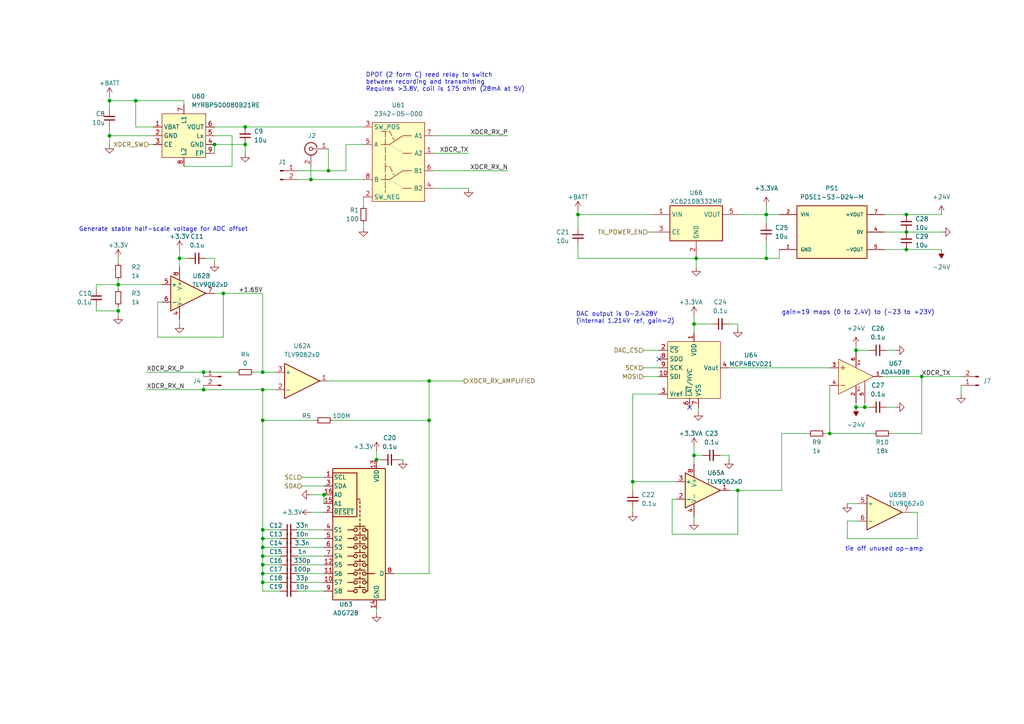
<source format=kicad_sch>
(kicad_sch (version 20230121) (generator eeschema)
  (paper "A4")
  (lib_symbols
    (symbol "Amplifier_Operational:TLV9062xD" (pin_names (offset 0.127))
      (property "Reference" "U" (at 2.54 6.35 0))
      (property "Value" "TLV9062xD" (at 2.54 3.81 0))
      (symbol "TLV9062xD_1_1"
        (pin output line (at 7.62 0 180) (length 2.54) (name "~") (number "1"))
        (pin input line (at -7.62 -2.54 0) (length 2.54) (name "-") (number "2"))
        (pin input line (at -7.62 2.54 0) (length 2.54) (name "+") (number "3"))
      )
      (symbol "TLV9062xD_2_1"
        (pin input line (at -7.62 2.54 0) (length 2.54) (name "+") (number "5"))
        (pin input line (at -7.62 -2.54 0) (length 2.54) (name "-") (number "6"))
        (pin output line (at 7.62 0 180) (length 2.54) (name "~") (number "7"))
      )
      (symbol "TLV9062xD_3_1"
        (pin power_in line (at 0 -7.62 90) (length 3.81) (name "V-") (number "4"))
        (pin power_in line (at 0 7.62 270) (length 3.81) (name "V+") (number "8"))
      )
    )
    (symbol "Analog_Switch:ADG728" (pin_names (offset 0.254))
      (property "Reference" "U" (at -7.62 23.495 0))
      (property "Value" "ADG728" (at -7.62 21.59 0))
      (symbol "ADG728_1_1"
        (pin input line (at -10.16 17.78 0) (length 2.54) (name "SCL") (number "1"))
        (pin bidirectional line (at -10.16 -12.7 0) (length 2.54) (name "S7") (number "10"))
        (pin bidirectional line (at -10.16 -10.16 0) (length 2.54) (name "S6") (number "11"))
        (pin bidirectional line (at -10.16 -7.62 0) (length 2.54) (name "S5") (number "12"))
        (pin power_in line (at 5.08 22.86 270) (length 2.54) (name "VDD") (number "13"))
        (pin power_in line (at 5.08 -20.32 90) (length 2.54) (name "GND") (number "14"))
        (pin input line (at -10.16 10.16 0) (length 2.54) (name "A1") (number "15"))
        (pin input line (at -10.16 12.7 0) (length 2.54) (name "A0") (number "16"))
        (pin input line (at -10.16 7.62 0) (length 2.54) (name "~{RESET}") (number "2"))
        (pin bidirectional line (at -10.16 15.24 0) (length 2.54) (name "SDA") (number "3"))
        (pin bidirectional line (at -10.16 2.54 0) (length 2.54) (name "S1") (number "4"))
        (pin bidirectional line (at -10.16 0 0) (length 2.54) (name "S2") (number "5"))
        (pin bidirectional line (at -10.16 -2.54 0) (length 2.54) (name "S3") (number "6"))
        (pin bidirectional line (at -10.16 -5.08 0) (length 2.54) (name "S4") (number "7"))
        (pin bidirectional line (at 10.16 -10.16 180) (length 2.54) (name "D") (number "8"))
        (pin bidirectional line (at -10.16 -15.24 0) (length 2.54) (name "S8") (number "9"))
      )
    )
    (symbol "Connector:Conn_01x02_Pin" (pin_names (offset 1.016) hide)
      (property "Reference" "J" (at 0 2.54 0))
      (property "Value" "Conn_01x02_Pin" (at 0 -5.08 0))
      (symbol "Conn_01x02_Pin_1_1"
        (pin passive line (at 5.08 0 180) (length 3.81) (name "Pin_1") (number "1"))
        (pin passive line (at 5.08 -2.54 180) (length 3.81) (name "Pin_2") (number "2"))
      )
    )
    (symbol "Connector:Conn_Coaxial" (pin_names (offset 1.016) hide)
      (property "Reference" "J" (at 0.254 3.048 0))
      (property "Value" "Conn_Coaxial" (at 2.921 0 90))
      (symbol "Conn_Coaxial_1_1"
        (pin passive line (at -5.08 0 0) (length 2.54) (name "In") (number "1"))
        (pin passive line (at 0 -5.08 90) (length 2.54) (name "Ext") (number "2"))
      )
    )
    (symbol "Device:C_Small" (pin_numbers hide) (pin_names (offset 0.254) hide)
      (property "Reference" "C" (at 0.254 1.778 0))
      (property "Value" "C_Small" (at 0.254 -2.032 0))
      (symbol "C_Small_1_1"
        (pin passive line (at 0 2.54 270) (length 2.032) (name "~") (number "1"))
        (pin passive line (at 0 -2.54 90) (length 2.032) (name "~") (number "2"))
      )
    )
    (symbol "Device:R_Small" (pin_numbers hide) (pin_names (offset 0.254) hide)
      (property "Reference" "R" (at 0.762 0.508 0))
      (property "Value" "R_Small" (at 0.762 -1.016 0))
      (symbol "R_Small_1_1"
        (pin passive line (at 0 2.54 270) (length 0.762) (name "~") (number "1"))
        (pin passive line (at 0 -2.54 90) (length 0.762) (name "~") (number "2"))
      )
    )
    (symbol "Regulator_Linear:XC6210B332MR"
      (property "Reference" "U" (at 0 8.89 0))
      (property "Value" "XC6210B332MR" (at 0 6.35 0))
      (symbol "XC6210B332MR_1_1"
        (pin power_in line (at -12.7 2.54 0) (length 5.08) (name "VIN") (number "1"))
        (pin power_in line (at 0 -10.16 90) (length 5.08) (name "GND") (number "2"))
        (pin input line (at -12.7 -2.54 0) (length 5.08) (name "CE") (number "3"))
        (pin no_connect line (at 7.62 -2.54 180) (length 5.08) hide (name "NC") (number "4"))
        (pin power_out line (at 12.7 2.54 180) (length 5.08) (name "VOUT") (number "5"))
      )
    )
    (symbol "power:+24V" (power) (pin_names (offset 0))
      (property "Value" "+24V" (at 0 3.556 0))
      (symbol "+24V_1_1"
        (pin power_in line (at 0 0 90) (length 0) hide (name "+24V") (number "1"))
      )
    )
    (symbol "power:+3.3V" (power) (pin_names (offset 0))
      (property "Value" "+3.3V" (at 0 3.556 0))
      (symbol "+3.3V_1_1"
        (pin power_in line (at 0 0 90) (length 0) hide (name "+3.3V") (number "1"))
      )
    )
    (symbol "power:+3.3VA" (power) (pin_names (offset 0))
      (property "Value" "+3.3VA" (at 0 3.556 0))
      (symbol "+3.3VA_1_1"
        (pin power_in line (at 0 0 90) (length 0) hide (name "+3.3VA") (number "1"))
      )
    )
    (symbol "power:+BATT" (power) (pin_names (offset 0))
      (property "Value" "+BATT" (at 0 3.556 0))
      (symbol "+BATT_1_1"
        (pin power_in line (at 0 0 90) (length 0) hide (name "+BATT") (number "1"))
      )
    )
    (symbol "power:-24V" (power) (pin_names (offset 0))
      (property "Value" "-24V" (at 0 3.81 0))
      (symbol "-24V_0_0"
        (pin power_in line (at 0 0 90) (length 0) hide (name "-24V") (number "1"))
      )
    )
    (symbol "power:GND" (power) (pin_names (offset 0))
      (property "Value" "GND" (at 0 -3.81 0))
      (symbol "GND_1_1"
        (pin power_in line (at 0 0 270) (length 0) hide (name "GND") (number "1"))
      )
    )
    (symbol "unkey:2342-05-000"
      (property "Reference" "U" (at -6.35 12.7 0))
      (property "Value" "2342-05-000" (at 0 -12.7 0))
      (symbol "2342-05-000_1_1"
        (pin bidirectional line (at 10.16 2.54 180) (length 2.54) (name "A2") (number "1"))
        (pin input line (at -10.16 -10.16 0) (length 2.54) (name "SW_NEG") (number "2"))
        (pin input line (at -10.16 10.16 0) (length 2.54) (name "SW_POS") (number "3"))
        (pin bidirectional line (at 10.16 -7.62 180) (length 2.54) (name "B2") (number "4"))
        (pin bidirectional line (at -10.16 5.08 0) (length 2.54) (name "A") (number "5"))
        (pin bidirectional line (at 10.16 -2.54 180) (length 2.54) (name "B1") (number "6"))
        (pin bidirectional line (at 10.16 7.62 180) (length 2.54) (name "A1") (number "7"))
        (pin bidirectional line (at -10.16 -5.08 0) (length 2.54) (name "B") (number "8"))
      )
    )
    (symbol "unkey:ADA4098-1BUJZ-RL7" (pin_names (offset 1.016))
      (property "Reference" "U" (at -10.16 5.715 0))
      (property "Value" "ADA4098-1BUJZ-RL7" (at -10.16 -7.62 0))
      (symbol "ADA4098-1BUJZ-RL7_0_0"
        (text "V+" (at 1.27 3.175 900) (effects (font (size 0.8128 0.8128)) (justify left bottom)))
        (text "V-" (at 1.27 -4.445 900) (effects (font (size 0.8128 0.8128)) (justify left bottom)))
        (pin output line (at 7.62 0 180) (length 2.54) (name "~") (number "1"))
        (pin power_in line (at 0 -7.62 90) (length 5.08) (name "~") (number "2"))
        (pin input line (at -7.62 2.54 0) (length 2.54) (name "~") (number "3"))
        (pin input line (at -7.62 -2.54 0) (length 2.54) (name "~") (number "4"))
        (pin input line (at 2.54 -7.62 90) (length 5.08) (name "~") (number "5"))
        (pin power_in line (at 0 7.62 270) (length 5.08) (name "~") (number "6"))
      )
    )
    (symbol "unkey:MCP48CVD21"
      (property "Reference" "U" (at -6.35 10.16 0))
      (property "Value" "MCP48VCD21" (at 0 0 0))
      (symbol "MCP48CVD21_1_1"
        (pin power_in line (at 0 10.16 270) (length 2.54) (name "VDD") (number "1"))
        (pin input line (at -10.16 -2.54 0) (length 2.54) (name "SDI") (number "10"))
        (pin input line (at -10.16 5.08 0) (length 2.54) (name "~{CS}") (number "2"))
        (pin bidirectional line (at -10.16 -7.62 0) (length 2.54) (name "Vref") (number "3"))
        (pin output line (at 10.16 0 180) (length 2.54) (name "Vout") (number "4"))
        (pin no_connect line (at -10.16 -5.08 0) (length 2.54) hide (name "NC") (number "5"))
        (pin input line (at -1.27 -11.43 90) (length 2.54) (name "~{LAT}/HVC") (number "6"))
        (pin power_in line (at 1.27 -11.43 90) (length 2.54) (name "VSS") (number "7"))
        (pin output line (at -10.16 2.54 0) (length 2.54) (name "SDO") (number "8"))
        (pin input line (at -10.16 0 0) (length 2.54) (name "SCK") (number "9"))
      )
    )
    (symbol "unkey:MYRBP500080B21RE"
      (property "Reference" "U" (at -6.35 7.62 0))
      (property "Value" "MYRBP500080B21RE" (at 11.43 -7.62 0))
      (symbol "MYRBP500080B21RE_1_1"
        (pin power_in line (at -8.89 2.54 0) (length 2.54) (name "VBAT") (number "1"))
        (pin power_in line (at -8.89 0 0) (length 2.54) (name "GND") (number "2"))
        (pin input line (at -8.89 -2.54 0) (length 2.54) (name "CE") (number "3"))
        (pin power_in line (at 8.89 -2.54 180) (length 2.54) (name "GND") (number "4"))
        (pin passive line (at 8.89 0 180) (length 2.54) (name "Lx") (number "5"))
        (pin power_out line (at 8.89 2.54 180) (length 2.54) (name "VOUT") (number "6"))
        (pin passive line (at 0 8.89 270) (length 2.54) (name "L1") (number "7"))
        (pin passive line (at 0 -8.89 90) (length 2.54) (name "L2") (number "8"))
        (pin passive line (at 8.89 -5.08 180) (length 2.54) (name "EP") (number "9"))
      )
    )
    (symbol "unkey:PDSE1-S3-D24-M" (pin_names (offset 1.016))
      (property "Reference" "PS" (at -10.2169 8.128 0))
      (property "Value" "PDSE1-S3-D24-M" (at -10.232 -10.232 0))
      (symbol "PDSE1-S3-D24-M_0_0"
        (pin power_in line (at -15.24 -5.08 0) (length 5.08) (name "GND") (number "1"))
        (pin input line (at -15.24 5.08 0) (length 5.08) (name "VIN") (number "2"))
        (pin output line (at 15.24 0 180) (length 5.08) (name "0V") (number "4"))
      )
      (symbol "PDSE1-S3-D24-M_1_0"
        (pin power_out line (at 15.24 -5.08 180) (length 5.08) (name "-VOUT") (number "5"))
        (pin power_out line (at 15.24 5.08 180) (length 5.08) (name "+VOUT") (number "7"))
      )
    )
  )
  (junction (at 31.75 39.37))
  (junction (at 71.12 36.83))
  (junction (at 213.995 142.24))
  (junction (at 31.75 29.21))
  (junction (at 59.055 107.95))
  (junction (at 124.46 121.92))
  (junction (at 240.665 125.73))
  (junction (at 222.25 74.93))
  (junction (at 250.825 118.11))
  (junction (at 64.77 85.09))
  (junction (at 267.335 109.22))
  (junction (at 71.12 41.91))
  (junction (at 59.055 113.03))
  (junction (at 201.295 93.98))
  (junction (at 52.07 74.93))
  (junction (at 76.2 107.95))
  (junction (at 248.285 101.6))
  (junction (at 124.46 110.49))
  (junction (at 76.2 166.37))
  (junction (at 39.37 29.21))
  (junction (at 90.17 52.07))
  (junction (at 76.2 113.03))
  (junction (at 262.89 62.23))
  (junction (at 222.25 62.23))
  (junction (at 76.2 121.92))
  (junction (at 76.2 163.83))
  (junction (at 76.2 168.91))
  (junction (at 34.29 90.17))
  (junction (at 62.23 41.91))
  (junction (at 167.64 62.23))
  (junction (at 93.98 143.51))
  (junction (at 262.89 67.31))
  (junction (at 76.2 156.21))
  (junction (at 76.2 153.67))
  (junction (at 34.29 82.55))
  (junction (at 248.285 118.11))
  (junction (at 183.515 139.7))
  (junction (at 109.22 133.35))
  (junction (at 201.93 74.93))
  (junction (at 201.295 132.08))
  (junction (at 262.89 72.39))
  (junction (at 95.25 49.53))
  (junction (at 76.2 161.29))
  (junction (at 76.2 158.75))
  (no_connect (at 191.135 104.14))
  (no_connect (at 200.025 118.11))
  (wire (pts (xy 266.065 156.21) (xy 266.065 148.59)))
  (wire (pts (xy 250.825 118.11) (xy 252.095 118.11)))
  (wire (pts (xy 42.545 107.95) (xy 59.055 107.95)))
  (wire (pts (xy 262.89 72.39) (xy 273.05 72.39)))
  (wire (pts (xy 213.995 154.94) (xy 213.995 142.24)))
  (wire (pts (xy 62.23 76.2) (xy 62.23 74.93)))
  (wire (pts (xy 255.905 109.22) (xy 267.335 109.22)))
  (wire (pts (xy 27.94 88.9) (xy 27.94 90.17)))
  (wire (pts (xy 76.2 113.03) (xy 76.2 121.92)))
  (wire (pts (xy 194.945 154.94) (xy 213.995 154.94)))
  (wire (pts (xy 90.17 48.26) (xy 90.17 52.07)))
  (wire (pts (xy 167.64 62.23) (xy 167.64 66.04)))
  (wire (pts (xy 31.75 31.75) (xy 31.75 29.21)))
  (wire (pts (xy 31.75 29.21) (xy 31.75 27.94)))
  (wire (pts (xy 201.295 129.54) (xy 201.295 132.08)))
  (wire (pts (xy 34.29 82.55) (xy 46.99 82.55)))
  (wire (pts (xy 31.75 29.21) (xy 39.37 29.21)))
  (wire (pts (xy 257.175 118.11) (xy 259.715 118.11)))
  (wire (pts (xy 67.31 48.26) (xy 67.31 39.37)))
  (wire (pts (xy 194.945 144.78) (xy 194.945 154.94)))
  (wire (pts (xy 76.2 85.09) (xy 76.2 107.95)))
  (wire (pts (xy 201.295 149.86) (xy 201.295 151.13)))
  (wire (pts (xy 31.75 39.37) (xy 31.75 41.91)))
  (wire (pts (xy 267.335 109.22) (xy 278.765 109.22)))
  (wire (pts (xy 39.37 29.21) (xy 53.34 29.21)))
  (wire (pts (xy 194.945 144.78) (xy 196.215 144.78)))
  (wire (pts (xy 240.665 111.76) (xy 240.665 125.73)))
  (wire (pts (xy 90.17 148.59) (xy 93.98 148.59)))
  (wire (pts (xy 93.98 143.51) (xy 93.98 146.05)))
  (wire (pts (xy 42.545 113.03) (xy 59.055 113.03)))
  (wire (pts (xy 186.69 109.22) (xy 191.135 109.22)))
  (wire (pts (xy 245.745 156.21) (xy 266.065 156.21)))
  (wire (pts (xy 27.94 82.55) (xy 34.29 82.55)))
  (wire (pts (xy 54.61 74.93) (xy 52.07 74.93)))
  (wire (pts (xy 245.745 146.05) (xy 248.92 146.05)))
  (wire (pts (xy 64.77 97.79) (xy 64.77 85.09)))
  (wire (pts (xy 213.995 95.25) (xy 213.995 93.98)))
  (wire (pts (xy 45.72 87.63) (xy 45.72 97.79)))
  (wire (pts (xy 76.2 171.45) (xy 76.2 168.91)))
  (wire (pts (xy 109.22 130.81) (xy 109.22 133.35)))
  (wire (pts (xy 86.36 161.29) (xy 93.98 161.29)))
  (wire (pts (xy 124.46 110.49) (xy 134.62 110.49)))
  (wire (pts (xy 201.295 93.98) (xy 201.295 96.52)))
  (wire (pts (xy 256.54 72.39) (xy 262.89 72.39)))
  (wire (pts (xy 167.64 62.23) (xy 189.23 62.23)))
  (wire (pts (xy 34.29 82.55) (xy 34.29 83.82)))
  (wire (pts (xy 191.135 114.3) (xy 183.515 114.3)))
  (wire (pts (xy 183.515 114.3) (xy 183.515 139.7)))
  (wire (pts (xy 248.285 101.6) (xy 252.095 101.6)))
  (wire (pts (xy 256.54 62.23) (xy 262.89 62.23)))
  (wire (pts (xy 183.515 139.7) (xy 183.515 142.24)))
  (wire (pts (xy 64.77 85.09) (xy 76.2 85.09)))
  (wire (pts (xy 206.375 93.98) (xy 201.295 93.98)))
  (wire (pts (xy 211.455 106.68) (xy 240.665 106.68)))
  (wire (pts (xy 62.23 41.91) (xy 62.23 44.45)))
  (wire (pts (xy 62.23 41.91) (xy 71.12 41.91)))
  (wire (pts (xy 257.175 101.6) (xy 259.715 101.6)))
  (wire (pts (xy 248.285 100.33) (xy 248.285 101.6)))
  (wire (pts (xy 45.72 87.63) (xy 46.99 87.63)))
  (wire (pts (xy 76.2 158.75) (xy 76.2 156.21)))
  (wire (pts (xy 59.055 111.76) (xy 59.055 113.03)))
  (wire (pts (xy 52.07 92.71) (xy 52.07 93.98)))
  (wire (pts (xy 76.2 121.92) (xy 76.2 153.67)))
  (wire (pts (xy 267.335 125.73) (xy 267.335 109.22)))
  (wire (pts (xy 86.36 49.53) (xy 95.25 49.53)))
  (wire (pts (xy 90.17 143.51) (xy 93.98 143.51)))
  (wire (pts (xy 76.2 166.37) (xy 81.28 166.37)))
  (wire (pts (xy 39.37 36.83) (xy 44.45 36.83)))
  (wire (pts (xy 71.12 36.83) (xy 105.41 36.83)))
  (wire (pts (xy 262.89 67.31) (xy 273.05 67.31)))
  (wire (pts (xy 278.765 111.76) (xy 278.765 114.3)))
  (wire (pts (xy 73.66 107.95) (xy 76.2 107.95)))
  (wire (pts (xy 76.2 161.29) (xy 76.2 158.75)))
  (wire (pts (xy 239.395 125.73) (xy 240.665 125.73)))
  (wire (pts (xy 53.34 48.26) (xy 67.31 48.26)))
  (wire (pts (xy 76.2 168.91) (xy 76.2 166.37)))
  (wire (pts (xy 222.25 62.23) (xy 226.06 62.23)))
  (wire (pts (xy 86.36 158.75) (xy 93.98 158.75)))
  (wire (pts (xy 201.93 74.93) (xy 201.93 77.47)))
  (wire (pts (xy 86.36 166.37) (xy 93.98 166.37)))
  (wire (pts (xy 201.295 132.08) (xy 201.295 134.62)))
  (wire (pts (xy 222.25 74.93) (xy 201.93 74.93)))
  (wire (pts (xy 110.49 133.35) (xy 109.22 133.35)))
  (wire (pts (xy 124.46 110.49) (xy 124.46 121.92)))
  (wire (pts (xy 248.92 151.13) (xy 245.745 151.13)))
  (wire (pts (xy 95.25 49.53) (xy 100.33 49.53)))
  (wire (pts (xy 27.94 90.17) (xy 34.29 90.17)))
  (wire (pts (xy 256.54 67.31) (xy 262.89 67.31)))
  (wire (pts (xy 214.63 62.23) (xy 222.25 62.23)))
  (wire (pts (xy 226.06 74.93) (xy 226.06 72.39)))
  (wire (pts (xy 266.065 148.59) (xy 264.16 148.59)))
  (wire (pts (xy 100.33 49.53) (xy 100.33 41.91)))
  (wire (pts (xy 76.2 171.45) (xy 81.28 171.45)))
  (wire (pts (xy 201.295 91.44) (xy 201.295 93.98)))
  (wire (pts (xy 109.22 176.53) (xy 109.22 177.8)))
  (wire (pts (xy 86.36 171.45) (xy 93.98 171.45)))
  (wire (pts (xy 125.73 54.61) (xy 135.89 54.61)))
  (wire (pts (xy 183.515 139.7) (xy 196.215 139.7)))
  (wire (pts (xy 248.285 116.84) (xy 248.285 118.11)))
  (wire (pts (xy 59.69 74.93) (xy 62.23 74.93)))
  (wire (pts (xy 71.12 41.91) (xy 71.12 44.45)))
  (wire (pts (xy 76.2 107.95) (xy 80.01 107.95)))
  (wire (pts (xy 213.995 142.24) (xy 211.455 142.24)))
  (wire (pts (xy 76.2 166.37) (xy 76.2 163.83)))
  (wire (pts (xy 167.64 74.93) (xy 201.93 74.93)))
  (wire (pts (xy 76.2 161.29) (xy 81.28 161.29)))
  (wire (pts (xy 76.2 168.91) (xy 81.28 168.91)))
  (wire (pts (xy 226.695 142.24) (xy 226.695 125.73)))
  (wire (pts (xy 76.2 156.21) (xy 76.2 153.67)))
  (wire (pts (xy 124.46 166.37) (xy 114.3 166.37)))
  (wire (pts (xy 222.25 62.23) (xy 222.25 64.77)))
  (wire (pts (xy 125.73 39.37) (xy 147.32 39.37)))
  (wire (pts (xy 95.25 43.18) (xy 95.25 49.53)))
  (wire (pts (xy 87.63 140.97) (xy 93.98 140.97)))
  (wire (pts (xy 86.36 163.83) (xy 93.98 163.83)))
  (wire (pts (xy 183.515 147.32) (xy 183.515 148.59)))
  (wire (pts (xy 167.64 71.12) (xy 167.64 74.93)))
  (wire (pts (xy 202.565 119.38) (xy 202.565 118.11)))
  (wire (pts (xy 44.45 41.91) (xy 43.18 41.91)))
  (wire (pts (xy 76.2 163.83) (xy 81.28 163.83)))
  (wire (pts (xy 248.285 118.11) (xy 250.825 118.11)))
  (wire (pts (xy 222.25 69.85) (xy 222.25 74.93)))
  (wire (pts (xy 124.46 121.92) (xy 124.46 166.37)))
  (wire (pts (xy 96.52 121.92) (xy 124.46 121.92)))
  (wire (pts (xy 187.96 67.31) (xy 189.23 67.31)))
  (wire (pts (xy 100.33 41.91) (xy 105.41 41.91)))
  (wire (pts (xy 34.29 74.93) (xy 34.29 76.2)))
  (wire (pts (xy 211.455 133.35) (xy 211.455 132.08)))
  (wire (pts (xy 52.07 74.93) (xy 52.07 77.47)))
  (wire (pts (xy 125.73 44.45) (xy 135.89 44.45)))
  (wire (pts (xy 86.36 52.07) (xy 90.17 52.07)))
  (wire (pts (xy 45.72 97.79) (xy 64.77 97.79)))
  (wire (pts (xy 105.41 57.15) (xy 105.41 59.69)))
  (wire (pts (xy 87.63 138.43) (xy 93.98 138.43)))
  (wire (pts (xy 258.445 125.73) (xy 267.335 125.73)))
  (wire (pts (xy 250.825 116.84) (xy 250.825 118.11)))
  (wire (pts (xy 262.89 62.23) (xy 273.05 62.23)))
  (wire (pts (xy 64.77 85.09) (xy 62.23 85.09)))
  (wire (pts (xy 76.2 158.75) (xy 81.28 158.75)))
  (wire (pts (xy 59.055 113.03) (xy 76.2 113.03)))
  (wire (pts (xy 208.915 132.08) (xy 211.455 132.08)))
  (wire (pts (xy 240.665 125.73) (xy 253.365 125.73)))
  (wire (pts (xy 203.835 132.08) (xy 201.295 132.08)))
  (wire (pts (xy 76.2 113.03) (xy 80.01 113.03)))
  (wire (pts (xy 76.2 121.92) (xy 91.44 121.92)))
  (wire (pts (xy 76.2 156.21) (xy 81.28 156.21)))
  (wire (pts (xy 226.695 125.73) (xy 234.315 125.73)))
  (wire (pts (xy 67.31 39.37) (xy 62.23 39.37)))
  (wire (pts (xy 125.73 49.53) (xy 147.32 49.53)))
  (wire (pts (xy 90.17 52.07) (xy 105.41 52.07)))
  (wire (pts (xy 59.055 107.95) (xy 68.58 107.95)))
  (wire (pts (xy 115.57 133.35) (xy 116.84 133.35)))
  (wire (pts (xy 76.2 163.83) (xy 76.2 161.29)))
  (wire (pts (xy 167.64 60.96) (xy 167.64 62.23)))
  (wire (pts (xy 213.995 142.24) (xy 226.695 142.24)))
  (wire (pts (xy 52.07 72.39) (xy 52.07 74.93)))
  (wire (pts (xy 59.055 107.95) (xy 59.055 109.22)))
  (wire (pts (xy 95.25 110.49) (xy 124.46 110.49)))
  (wire (pts (xy 39.37 29.21) (xy 39.37 36.83)))
  (wire (pts (xy 34.29 82.55) (xy 34.29 81.28)))
  (wire (pts (xy 222.25 59.69) (xy 222.25 62.23)))
  (wire (pts (xy 186.69 101.6) (xy 191.135 101.6)))
  (wire (pts (xy 76.2 153.67) (xy 81.28 153.67)))
  (wire (pts (xy 34.29 90.17) (xy 34.29 91.44)))
  (wire (pts (xy 226.06 74.93) (xy 222.25 74.93)))
  (wire (pts (xy 186.69 106.68) (xy 191.135 106.68)))
  (wire (pts (xy 31.75 36.83) (xy 31.75 39.37)))
  (wire (pts (xy 34.29 88.9) (xy 34.29 90.17)))
  (wire (pts (xy 27.94 83.82) (xy 27.94 82.55)))
  (wire (pts (xy 53.34 29.21) (xy 53.34 30.48)))
  (wire (pts (xy 86.36 153.67) (xy 93.98 153.67)))
  (wire (pts (xy 211.455 93.98) (xy 213.995 93.98)))
  (wire (pts (xy 31.75 39.37) (xy 44.45 39.37)))
  (wire (pts (xy 86.36 156.21) (xy 93.98 156.21)))
  (wire (pts (xy 86.36 168.91) (xy 93.98 168.91)))
  (wire (pts (xy 105.41 64.77) (xy 105.41 66.04)))
  (wire (pts (xy 62.23 36.83) (xy 71.12 36.83)))
  (wire (pts (xy 245.745 151.13) (xy 245.745 156.21)))
  (text "gain=19 maps (0 to 2.4V) to (-23 to +23V)" (at 226.695 91.44 0) (effects (font (size 1.27 1.27)) (justify left bottom)))
  (text "Generate stable half-scale voltage for ADC offset" (at 22.86 67.31 0) (effects (font (size 1.27 1.27)) (justify left bottom)))
  (text "tie off unused op-amp" (at 245.11 160.02 0) (effects (font (size 1.27 1.27)) (justify left bottom)))
  (text "DPDT (2 form C) reed relay to switch\nbetween recording and transmitting\nRequires >3.8V, coil is 175 ohm (28mA at 5V)" (at 106.045 26.67 0) (effects (font (size 1.27 1.27)) (justify left bottom)))
  (text "DAC output is 0-2.428V\n(internal 1.214V ref, gain=2)" (at 167.005 93.98 0) (effects (font (size 1.27 1.27)) (justify left bottom)))
  (label "XDCR_TX" (at 135.89 44.45 180))
  (label "+1.65V" (at 76.2 85.09 180))
  (label "XDCR_RX_N" (at 42.545 113.03 0))
  (label "XDCR_RX_N" (at 147.32 49.53 180))
  (label "XDCR_RX_P" (at 147.32 39.37 180))
  (label "XDCR_RX_P" (at 42.545 107.95 0))
  (label "XDCR_TX" (at 267.335 109.22 0))
  (hierarchical_label "XDCR_RX_AMPLIFIED" (shape output) (at 134.62 110.49 0))
  (hierarchical_label "MOSI" (shape input) (at 186.69 109.22 180))
  (hierarchical_label "DAC_CS" (shape input) (at 186.69 101.6 180))
  (hierarchical_label "SCL" (shape input) (at 87.63 138.43 180))
  (hierarchical_label "SDA" (shape input) (at 87.63 140.97 180))
  (hierarchical_label "XDCR_SW" (shape input) (at 43.18 41.91 180))
  (hierarchical_label "TX_POWER_EN" (shape input) (at 187.96 67.31 180))
  (hierarchical_label "SCK" (shape input) (at 186.69 106.68 180))
  (symbol (lib_id "Amplifier_Operational:TLV9062xD") (at 256.54 148.59 0) (unit 2)
    (property "Reference" "U65" (at 260.35 143.51 0))
    (property "Value" "TLV9062xD" (at 262.89 146.05 0))
    (property "Footprint" "Package_SO:SOIC-8_3.9x4.9mm_P1.27mm" (effects hide))
    (property "Datasheet" "https://www.ti.com/lit/ds/symlink/tlv9062.pdf" (effects hide))
  )
  (symbol (lib_id "Device:C_Small") (at 83.82 171.45 90) (unit 1)
    (property "Reference" "C19" (at 80.01 170.18 90))
    (property "Value" "10p" (at 87.63 170.18 90))
    (property "Footprint" "Capacitor_SMD:C_0402_1005Metric" (effects hide))
    (property "URL" "https://www.digikey.com/en/products/detail/samsung-electro-mechanics/CL05A104KA5NNNC/3886701" (effects hide))
    (property "Digikey PN" "1276-1043-1-ND" (effects hide))
    (property "MPN" "CL05A104KA5NNNC" (effects hide))
    (property "Vendor" "Samsung Electro-Mechanics" (effects hide))
  )
  (symbol (lib_id "power:-24V") (at 273.05 72.39 180) (unit 1)
    (property "Reference" "#PWR0165" (effects hide))
    (property "Value" "-24V" (at 273.05 77.47 0))
  )
  (symbol (lib_id "Connector:Conn_01x02_Pin") (at 64.135 109.22 0) (mirror y) (unit 1)
    (property "Reference" "J4" (at 57.15 110.49 0))
    (property "Value" "Conn_01x02_Pin" (effects hide))
    (property "Footprint" "Connector_PinHeader_2.54mm:PinHeader_1x02_P2.54mm_Vertical" (effects hide))
  )
  (symbol (lib_id "power:+24V") (at 273.05 62.23 0) (unit 1)
    (property "Reference" "#PWR0162" (effects hide))
    (property "Value" "+24V" (at 273.05 57.15 0))
  )
  (symbol (lib_id "power:GND") (at 213.995 95.25 0) (unit 1)
    (property "Reference" "#PWR0154" (effects hide))
    (property "Value" "GND" (effects hide))
  )
  (symbol (lib_id "Connector:Conn_01x02_Pin") (at 283.845 111.76 180) (unit 1)
    (property "Reference" "J7" (at 285.115 110.49 0) (effects (justify right)))
    (property "Value" "Conn_01x02_Pin" (effects hide))
    (property "Footprint" "Connector_PinHeader_2.54mm:PinHeader_1x02_P2.54mm_Vertical" (effects hide))
  )
  (symbol (lib_id "Device:C_Small") (at 71.12 39.37 180) (unit 1)
    (property "Reference" "C9" (at 73.66 38.1 0) (effects (justify right)))
    (property "Value" "10u" (at 73.66 40.64 0) (effects (justify right)))
    (property "Footprint" "Capacitor_SMD:C_0402_1005Metric" (effects hide))
    (property "URL" "https://www.digikey.com/en/products/detail/samsung-electro-mechanics/CL05A104KA5NNNC/3886701" (effects hide))
    (property "Digikey PN" "1276-1043-1-ND" (effects hide))
    (property "MPN" "CL05A104KA5NNNC" (effects hide))
    (property "Vendor" "Samsung Electro-Mechanics" (effects hide))
  )
  (symbol (lib_id "power:+3.3V") (at 90.17 148.59 90) (mirror x) (unit 1)
    (property "Reference" "#PWR0140" (effects hide))
    (property "Value" "+3.3V" (at 87.63 148.59 90) (effects (justify left)))
  )
  (symbol (lib_id "Device:C_Small") (at 254.635 118.11 90) (unit 1)
    (property "Reference" "C27" (at 254.6413 111.76 90))
    (property "Value" "0.1u" (at 254.6413 114.3 90))
    (property "Footprint" "Capacitor_SMD:C_0402_1005Metric" (effects hide))
    (property "URL" "https://www.digikey.com/en/products/detail/samsung-electro-mechanics/CL05A104KA5NNNC/3886701" (effects hide))
    (property "Digikey PN" "1276-1043-1-ND" (effects hide))
    (property "MPN" "CL05A104KA5NNNC" (effects hide))
    (property "Vendor" "Samsung Electro-Mechanics" (effects hide))
  )
  (symbol (lib_id "Device:R_Small") (at 105.41 62.23 0) (mirror x) (unit 1)
    (property "Reference" "R1" (at 104.14 60.96 0) (effects (justify right)))
    (property "Value" "100" (at 104.14 63.5 0) (effects (justify right)))
    (property "Footprint" "Resistor_SMD:R_0402_1005Metric" (effects hide))
  )
  (symbol (lib_id "Device:C_Small") (at 31.75 34.29 180) (unit 1)
    (property "Reference" "C8" (at 30.48 33.0136 0) (effects (justify left)))
    (property "Value" "10u" (at 30.48 35.5536 0) (effects (justify left)))
    (property "Footprint" "Capacitor_SMD:C_0402_1005Metric" (effects hide))
    (property "URL" "https://www.digikey.com/en/products/detail/samsung-electro-mechanics/CL05A104KA5NNNC/3886701" (effects hide))
    (property "Digikey PN" "1276-1043-1-ND" (effects hide))
    (property "MPN" "CL05A104KA5NNNC" (effects hide))
    (property "Vendor" "Samsung Electro-Mechanics" (effects hide))
  )
  (symbol (lib_id "Device:C_Small") (at 262.89 69.85 180) (unit 1)
    (property "Reference" "C29" (at 265.43 68.5736 0) (effects (justify right)))
    (property "Value" "10u" (at 265.43 71.1136 0) (effects (justify right)))
    (property "Footprint" "Capacitor_SMD:C_0402_1005Metric" (effects hide))
    (property "URL" "https://www.digikey.com/en/products/detail/samsung-electro-mechanics/CL05A104KA5NNNC/3886701" (effects hide))
    (property "Digikey PN" "1276-1043-1-ND" (effects hide))
    (property "MPN" "CL05A104KA5NNNC" (effects hide))
    (property "Vendor" "Samsung Electro-Mechanics" (effects hide))
  )
  (symbol (lib_id "power:+3.3VA") (at 201.295 91.44 0) (unit 1)
    (property "Reference" "#PWR0147" (effects hide))
    (property "Value" "+3.3VA" (at 203.835 87.63 0) (effects (justify right)))
  )
  (symbol (lib_id "power:GND") (at 202.565 119.38 0) (unit 1)
    (property "Reference" "#PWR0151" (effects hide))
    (property "Value" "GND" (effects hide))
  )
  (symbol (lib_id "Device:R_Small") (at 34.29 86.36 0) (unit 1)
    (property "Reference" "R3" (at 38.1 85.09 0) (effects (justify left)))
    (property "Value" "1k" (at 38.1 87.63 0) (effects (justify left)))
    (property "Footprint" "Resistor_SMD:R_0402_1005Metric" (effects hide))
  )
  (symbol (lib_id "Connector:Conn_Coaxial") (at 90.17 43.18 0) (mirror y) (unit 1)
    (property "Reference" "J2" (at 90.4874 39.37 0))
    (property "Value" "Conn_Coaxial" (effects hide))
    (property "Footprint" "Connector_Coaxial:SMA_Amphenol_901-144_Vertical" (effects hide))
    (property "Datasheet" " ~" (effects hide))
  )
  (symbol (lib_id "Amplifier_Operational:TLV9062xD") (at 201.295 142.24 0) (unit 3)
    (property "Reference" "U65" (effects hide))
    (property "Value" "TLV9062xD" (effects hide))
    (property "Footprint" "Package_SO:SOIC-8_3.9x4.9mm_P1.27mm" (effects hide))
    (property "Datasheet" "https://www.ti.com/lit/ds/symlink/tlv9062.pdf" (effects hide))
  )
  (symbol (lib_id "power:GND") (at 245.745 146.05 0) (unit 1)
    (property "Reference" "#PWR0156" (effects hide))
    (property "Value" "GND" (effects hide))
  )
  (symbol (lib_id "Device:C_Small") (at 83.82 166.37 90) (unit 1)
    (property "Reference" "C17" (at 80.01 165.1 90))
    (property "Value" "100p" (at 87.63 165.1 90))
    (property "Footprint" "Capacitor_SMD:C_0402_1005Metric" (effects hide))
    (property "URL" "https://www.digikey.com/en/products/detail/samsung-electro-mechanics/CL05A104KA5NNNC/3886701" (effects hide))
    (property "Digikey PN" "1276-1043-1-ND" (effects hide))
    (property "MPN" "CL05A104KA5NNNC" (effects hide))
    (property "Vendor" "Samsung Electro-Mechanics" (effects hide))
  )
  (symbol (lib_id "power:GND") (at 259.715 118.11 90) (unit 1)
    (property "Reference" "#PWR0161" (effects hide))
    (property "Value" "GND" (effects hide))
  )
  (symbol (lib_id "power:GND") (at 201.93 77.47 0) (unit 1)
    (property "Reference" "#PWR0150" (effects hide))
    (property "Value" "GND" (effects hide))
  )
  (symbol (lib_id "Analog_Switch:ADG728") (at 104.14 156.21 0) (unit 1)
    (property "Reference" "U63" (at 100.33 175.26 0))
    (property "Value" "ADG728" (at 100.33 177.8 0))
    (property "Footprint" "Package_SO:TSSOP-16_4.4x5mm_P0.65mm" (effects hide))
    (property "Datasheet" "https://www.analog.com/media/en/technical-documentation/data-sheets/ADG728_729.pdf" (effects hide))
  )
  (symbol (lib_id "power:GND") (at 278.765 114.3 0) (unit 1)
    (property "Reference" "#PWR0166" (effects hide))
    (property "Value" "GND" (effects hide))
  )
  (symbol (lib_id "Amplifier_Operational:TLV9062xD") (at 54.61 85.09 0) (unit 2)
    (property "Reference" "U62" (at 58.42 80.01 0))
    (property "Value" "TLV9062xD" (at 60.96 82.55 0))
    (property "Footprint" "Package_SO:SOIC-8_3.9x4.9mm_P1.27mm" (effects hide))
    (property "Datasheet" "https://www.ti.com/lit/ds/symlink/tlv9062.pdf" (effects hide))
  )
  (symbol (lib_id "power:GND") (at 52.07 93.98 0) (unit 1)
    (property "Reference" "#PWR0137" (effects hide))
    (property "Value" "GND" (effects hide))
  )
  (symbol (lib_id "power:GND") (at 31.75 41.91 0) (mirror y) (unit 1)
    (property "Reference" "#PWR0130" (effects hide))
    (property "Value" "GND" (effects hide))
  )
  (symbol (lib_id "Device:C_Small") (at 254.635 101.6 90) (unit 1)
    (property "Reference" "C26" (at 254.6413 95.25 90))
    (property "Value" "0.1u" (at 254.6413 97.79 90))
    (property "Footprint" "Capacitor_SMD:C_0402_1005Metric" (effects hide))
    (property "URL" "https://www.digikey.com/en/products/detail/samsung-electro-mechanics/CL05A104KA5NNNC/3886701" (effects hide))
    (property "Digikey PN" "1276-1043-1-ND" (effects hide))
    (property "MPN" "CL05A104KA5NNNC" (effects hide))
    (property "Vendor" "Samsung Electro-Mechanics" (effects hide))
  )
  (symbol (lib_id "power:GND") (at 109.22 177.8 0) (mirror y) (unit 1)
    (property "Reference" "#PWR0142" (effects hide))
    (property "Value" "GND" (effects hide))
  )
  (symbol (lib_id "power:GND") (at 273.05 67.31 90) (unit 1)
    (property "Reference" "#PWR0164" (effects hide))
    (property "Value" "GND" (effects hide))
  )
  (symbol (lib_id "Device:R_Small") (at 93.98 121.92 90) (unit 1)
    (property "Reference" "R5" (at 88.9 120.65 90))
    (property "Value" "100M" (at 99.06 120.65 90))
    (property "Footprint" "Resistor_SMD:R_0402_1005Metric" (effects hide))
  )
  (symbol (lib_id "power:GND") (at 71.12 44.45 0) (mirror y) (unit 1)
    (property "Reference" "#PWR0131" (effects hide))
    (property "Value" "GND" (effects hide))
  )
  (symbol (lib_id "power:GND") (at 62.23 76.2 0) (unit 1)
    (property "Reference" "#PWR0138" (effects hide))
    (property "Value" "GND" (effects hide))
  )
  (symbol (lib_id "unkey:2342-05-000") (at 115.57 46.99 0) (unit 1)
    (property "Reference" "U61" (at 115.57 30.48 0))
    (property "Value" "2342-05-000" (at 115.57 33.02 0))
    (property "Footprint" "unkey-footprints:2342-05-000" (effects hide))
    (property "Datasheet" "https://www.cotorelay.com/wp-content/uploads/2014/09/2300_series_reed_relay_datasheet.pdf" (effects hide))
  )
  (symbol (lib_id "Regulator_Linear:XC6210B332MR") (at 201.93 64.77 0) (unit 1)
    (property "Reference" "U66" (at 201.93 55.88 0))
    (property "Value" "XC6210B332MR" (at 201.93 58.42 0))
    (property "Footprint" "Package_TO_SOT_SMD:SOT-23-5" (effects hide))
    (property "Datasheet" "https://www.torexsemi.com/file/xc6210/XC6210.pdf" (effects hide))
  )
  (symbol (lib_id "Device:C_Small") (at 206.375 132.08 90) (unit 1)
    (property "Reference" "C23" (at 206.3813 125.73 90))
    (property "Value" "0.1u" (at 206.3813 128.27 90))
    (property "Footprint" "Capacitor_SMD:C_0402_1005Metric" (effects hide))
    (property "URL" "https://www.digikey.com/en/products/detail/samsung-electro-mechanics/CL05A104KA5NNNC/3886701" (effects hide))
    (property "Digikey PN" "1276-1043-1-ND" (effects hide))
    (property "MPN" "CL05A104KA5NNNC" (effects hide))
    (property "Vendor" "Samsung Electro-Mechanics" (effects hide))
  )
  (symbol (lib_id "Device:C_Small") (at 83.82 161.29 90) (unit 1)
    (property "Reference" "C15" (at 80.01 160.02 90))
    (property "Value" "1n" (at 87.63 160.02 90))
    (property "Footprint" "Capacitor_SMD:C_0402_1005Metric" (effects hide))
    (property "URL" "https://www.digikey.com/en/products/detail/samsung-electro-mechanics/CL05A104KA5NNNC/3886701" (effects hide))
    (property "Digikey PN" "1276-1043-1-ND" (effects hide))
    (property "MPN" "CL05A104KA5NNNC" (effects hide))
    (property "Vendor" "Samsung Electro-Mechanics" (effects hide))
  )
  (symbol (lib_id "power:GND") (at 135.89 54.61 0) (unit 1)
    (property "Reference" "#PWR0133" (effects hide))
    (property "Value" "GND" (effects hide))
  )
  (symbol (lib_id "Device:C_Small") (at 208.915 93.98 90) (unit 1)
    (property "Reference" "C24" (at 208.9213 87.63 90))
    (property "Value" "0.1u" (at 208.9213 90.17 90))
    (property "Footprint" "Capacitor_SMD:C_0402_1005Metric" (effects hide))
    (property "URL" "https://www.digikey.com/en/products/detail/samsung-electro-mechanics/CL05A104KA5NNNC/3886701" (effects hide))
    (property "Digikey PN" "1276-1043-1-ND" (effects hide))
    (property "MPN" "CL05A104KA5NNNC" (effects hide))
    (property "Vendor" "Samsung Electro-Mechanics" (effects hide))
  )
  (symbol (lib_id "Device:C_Small") (at 83.82 168.91 90) (unit 1)
    (property "Reference" "C18" (at 80.01 167.64 90))
    (property "Value" "33p" (at 87.63 167.64 90))
    (property "Footprint" "Capacitor_SMD:C_0402_1005Metric" (effects hide))
    (property "URL" "https://www.digikey.com/en/products/detail/samsung-electro-mechanics/CL05A104KA5NNNC/3886701" (effects hide))
    (property "Digikey PN" "1276-1043-1-ND" (effects hide))
    (property "MPN" "CL05A104KA5NNNC" (effects hide))
    (property "Vendor" "Samsung Electro-Mechanics" (effects hide))
  )
  (symbol (lib_id "power:-24V") (at 248.285 118.11 180) (unit 1)
    (property "Reference" "#PWR0158" (effects hide))
    (property "Value" "-24V" (at 248.285 123.19 0))
  )
  (symbol (lib_id "unkey:MYRBP500080B21RE") (at 53.34 39.37 0) (unit 1)
    (property "Reference" "U60" (at 55.5341 27.94 0) (effects (justify left)))
    (property "Value" "MYRBP500080B21RE" (at 55.5341 30.48 0) (effects (justify left)))
    (property "Footprint" "unkey-footprints:MYRBP500080B21RE" (effects hide))
    (property "Datasheet" "https://www.murata.com/products/productdata/8809985572894/MYRBP-B-W.pdf?1604930424000" (effects hide))
  )
  (symbol (lib_id "power:GND") (at 259.715 101.6 90) (unit 1)
    (property "Reference" "#PWR0160" (effects hide))
    (property "Value" "GND" (effects hide))
  )
  (symbol (lib_id "power:GND") (at 34.29 91.44 0) (unit 1)
    (property "Reference" "#PWR0135" (effects hide))
    (property "Value" "GND" (effects hide))
  )
  (symbol (lib_id "power:+3.3V") (at 109.22 130.81 0) (mirror y) (unit 1)
    (property "Reference" "#PWR0141" (effects hide))
    (property "Value" "+3.3V" (at 105.41 129.54 0))
  )
  (symbol (lib_id "power:GND") (at 116.84 133.35 0) (mirror y) (unit 1)
    (property "Reference" "#PWR0143" (effects hide))
    (property "Value" "GND" (effects hide))
  )
  (symbol (lib_id "power:+24V") (at 248.285 100.33 0) (unit 1)
    (property "Reference" "#PWR0157" (effects hide))
    (property "Value" "+24V" (at 248.285 95.25 0))
  )
  (symbol (lib_id "Device:C_Small") (at 167.64 68.58 0) (unit 1)
    (property "Reference" "C21" (at 161.29 67.31 0) (effects (justify left)))
    (property "Value" "10u" (at 161.29 69.85 0) (effects (justify left)))
    (property "Footprint" "Capacitor_SMD:C_0402_1005Metric" (effects hide))
    (property "URL" "https://www.digikey.com/en/products/detail/samsung-electro-mechanics/CL05A104KA5NNNC/3886701" (effects hide))
    (property "Digikey PN" "1276-1043-1-ND" (effects hide))
    (property "MPN" "CL05A104KA5NNNC" (effects hide))
    (property "Vendor" "Samsung Electro-Mechanics" (effects hide))
  )
  (symbol (lib_id "Amplifier_Operational:TLV9062xD") (at 87.63 110.49 0) (unit 1)
    (property "Reference" "U62" (at 87.63 100.33 0))
    (property "Value" "TLV9062xD" (at 87.63 102.87 0))
    (property "Footprint" "Package_SO:SOIC-8_3.9x4.9mm_P1.27mm" (effects hide))
    (property "Datasheet" "https://www.ti.com/lit/ds/symlink/tlv9062.pdf" (effects hide))
  )
  (symbol (lib_id "unkey:ADA4098-1BUJZ-RL7") (at 248.285 109.22 0) (unit 1)
    (property "Reference" "U67" (at 259.715 105.41 0))
    (property "Value" "ADA4098" (at 259.715 107.95 0))
    (property "Footprint" "Package_TO_SOT_SMD:SOT-23-6" (effects hide))
    (property "PARTREV" "A" (effects hide))
    (property "STANDARD" "IPC-7351B" (effects hide))
    (property "MAXIMUM_PACKAGE_HEIGHT" "1mm" (effects hide))
    (property "MANUFACTURER" "Analog Devices Inc." (effects hide))
  )
  (symbol (lib_id "power:+3.3VA") (at 201.295 129.54 0) (unit 1)
    (property "Reference" "#PWR0148" (effects hide))
    (property "Value" "+3.3VA" (at 203.835 125.73 0) (effects (justify right)))
  )
  (symbol (lib_id "power:GND") (at 90.17 143.51 270) (mirror x) (unit 1)
    (property "Reference" "#PWR0139" (effects hide))
    (property "Value" "GND" (effects hide))
  )
  (symbol (lib_id "power:+3.3VA") (at 222.25 59.69 0) (unit 1)
    (property "Reference" "#PWR0155" (effects hide))
    (property "Value" "+3.3VA" (at 222.25 54.61 0))
  )
  (symbol (lib_id "Device:R_Small") (at 255.905 125.73 90) (unit 1)
    (property "Reference" "R10" (at 255.905 128.27 90))
    (property "Value" "18k" (at 255.905 130.81 90))
    (property "Footprint" "Resistor_SMD:R_0402_1005Metric" (effects hide))
  )
  (symbol (lib_id "Connector:Conn_01x02_Pin") (at 81.28 49.53 0) (unit 1)
    (property "Reference" "J1" (at 81.915 46.99 0))
    (property "Value" "Conn_01x02_Pin" (effects hide))
    (property "Footprint" "Connector_PinHeader_2.54mm:PinHeader_1x02_P2.54mm_Vertical" (effects hide))
  )
  (symbol (lib_id "Device:R_Small") (at 71.12 107.95 90) (unit 1)
    (property "Reference" "R4" (at 71.12 102.87 90))
    (property "Value" "0" (at 71.12 105.41 90))
    (property "Footprint" "Resistor_SMD:R_0402_1005Metric" (effects hide))
  )
  (symbol (lib_id "Amplifier_Operational:TLV9062xD") (at 52.07 85.09 0) (unit 3)
    (property "Reference" "U62" (effects hide))
    (property "Value" "TLV9062xD" (effects hide))
    (property "Footprint" "Package_SO:SOIC-8_3.9x4.9mm_P1.27mm" (effects hide))
    (property "Datasheet" "https://www.ti.com/lit/ds/symlink/tlv9062.pdf" (effects hide))
  )
  (symbol (lib_id "Amplifier_Operational:TLV9062xD") (at 203.835 142.24 0) (unit 1)
    (property "Reference" "U65" (at 207.645 137.16 0))
    (property "Value" "TLV9062xD" (at 210.185 139.7 0))
    (property "Footprint" "Package_SO:SOIC-8_3.9x4.9mm_P1.27mm" (effects hide))
    (property "Datasheet" "https://www.ti.com/lit/ds/symlink/tlv9062.pdf" (effects hide))
  )
  (symbol (lib_id "power:+3.3V") (at 34.29 74.93 0) (unit 1)
    (property "Reference" "#PWR0134" (effects hide))
    (property "Value" "+3.3V" (at 34.29 71.12 0))
  )
  (symbol (lib_id "Device:C_Small") (at 222.25 67.31 180) (unit 1)
    (property "Reference" "C25" (at 224.79 66.0336 0) (effects (justify right)))
    (property "Value" "10u" (at 224.79 68.5736 0) (effects (justify right)))
    (property "Footprint" "Capacitor_SMD:C_0402_1005Metric" (effects hide))
    (property "URL" "https://www.digikey.com/en/products/detail/samsung-electro-mechanics/CL05A104KA5NNNC/3886701" (effects hide))
    (property "Digikey PN" "1276-1043-1-ND" (effects hide))
    (property "MPN" "CL05A104KA5NNNC" (effects hide))
    (property "Vendor" "Samsung Electro-Mechanics" (effects hide))
  )
  (symbol (lib_id "Device:C_Small") (at 113.03 133.35 90) (mirror x) (unit 1)
    (property "Reference" "C20" (at 113.0363 127 90))
    (property "Value" "0.1u" (at 113.0363 129.54 90))
    (property "Footprint" "Capacitor_SMD:C_0402_1005Metric" (effects hide))
    (property "URL" "https://www.digikey.com/en/products/detail/samsung-electro-mechanics/CL05A104KA5NNNC/3886701" (effects hide))
    (property "Digikey PN" "1276-1043-1-ND" (effects hide))
    (property "MPN" "CL05A104KA5NNNC" (effects hide))
    (property "Vendor" "Samsung Electro-Mechanics" (effects hide))
  )
  (symbol (lib_id "Device:C_Small") (at 57.15 74.93 90) (unit 1)
    (property "Reference" "C11" (at 57.1563 68.58 90))
    (property "Value" "0.1u" (at 57.1563 71.12 90))
    (property "Footprint" "Capacitor_SMD:C_0402_1005Metric" (effects hide))
    (property "URL" "https://www.digikey.com/en/products/detail/samsung-electro-mechanics/CL05A104KA5NNNC/3886701" (effects hide))
    (property "Digikey PN" "1276-1043-1-ND" (effects hide))
    (property "MPN" "CL05A104KA5NNNC" (effects hide))
    (property "Vendor" "Samsung Electro-Mechanics" (effects hide))
  )
  (symbol (lib_id "power:GND") (at 105.41 66.04 0) (mirror y) (unit 1)
    (property "Reference" "#PWR0132" (effects hide))
    (property "Value" "GND" (effects hide))
  )
  (symbol (lib_id "Device:C_Small") (at 83.82 158.75 90) (unit 1)
    (property "Reference" "C14" (at 80.01 157.48 90))
    (property "Value" "3.3n" (at 87.63 157.48 90))
    (property "Footprint" "Capacitor_SMD:C_0402_1005Metric" (effects hide))
    (property "URL" "https://www.digikey.com/en/products/detail/samsung-electro-mechanics/CL05A104KA5NNNC/3886701" (effects hide))
    (property "Digikey PN" "1276-1043-1-ND" (effects hide))
    (property "MPN" "CL05A104KA5NNNC" (effects hide))
    (property "Vendor" "Samsung Electro-Mechanics" (effects hide))
  )
  (symbol (lib_id "Device:C_Small") (at 262.89 64.77 180) (unit 1)
    (property "Reference" "C28" (at 265.43 63.4936 0) (effects (justify right)))
    (property "Value" "10u" (at 265.43 66.0336 0) (effects (justify right)))
    (property "Footprint" "Capacitor_SMD:C_0402_1005Metric" (effects hide))
    (property "URL" "https://www.digikey.com/en/products/detail/samsung-electro-mechanics/CL05A104KA5NNNC/3886701" (effects hide))
    (property "Digikey PN" "1276-1043-1-ND" (effects hide))
    (property "MPN" "CL05A104KA5NNNC" (effects hide))
    (property "Vendor" "Samsung Electro-Mechanics" (effects hide))
  )
  (symbol (lib_id "power:+BATT") (at 31.75 27.94 0) (unit 1)
    (property "Reference" "#PWR0129" (effects hide))
    (property "Value" "+BATT" (at 31.75 24.13 0))
  )
  (symbol (lib_id "Device:R_Small") (at 34.29 78.74 0) (unit 1)
    (property "Reference" "R2" (at 38.1 77.47 0) (effects (justify left)))
    (property "Value" "1k" (at 38.1 80.01 0) (effects (justify left)))
    (property "Footprint" "Resistor_SMD:R_0402_1005Metric" (effects hide))
  )
  (symbol (lib_id "Device:C_Small") (at 83.82 156.21 90) (unit 1)
    (property "Reference" "C13" (at 80.01 154.94 90))
    (property "Value" "10n" (at 87.63 154.94 90))
    (property "Footprint" "Capacitor_SMD:C_0402_1005Metric" (effects hide))
    (property "URL" "https://www.digikey.com/en/products/detail/samsung-electro-mechanics/CL05A104KA5NNNC/3886701" (effects hide))
    (property "Digikey PN" "1276-1043-1-ND" (effects hide))
    (property "MPN" "CL05A104KA5NNNC" (effects hide))
    (property "Vendor" "Samsung Electro-Mechanics" (effects hide))
  )
  (symbol (lib_id "power:GND") (at 201.295 151.13 0) (unit 1)
    (property "Reference" "#PWR0149" (effects hide))
    (property "Value" "GND" (effects hide))
  )
  (symbol (lib_id "Device:C_Small") (at 83.82 153.67 90) (unit 1)
    (property "Reference" "C12" (at 80.01 152.4 90))
    (property "Value" "33n" (at 87.63 152.4 90))
    (property "Footprint" "Capacitor_SMD:C_0402_1005Metric" (effects hide))
    (property "URL" "https://www.digikey.com/en/products/detail/samsung-electro-mechanics/CL05A104KA5NNNC/3886701" (effects hide))
    (property "Digikey PN" "1276-1043-1-ND" (effects hide))
    (property "MPN" "CL05A104KA5NNNC" (effects hide))
    (property "Vendor" "Samsung Electro-Mechanics" (effects hide))
  )
  (symbol (lib_id "Device:R_Small") (at 236.855 125.73 270) (unit 1)
    (property "Reference" "R9" (at 236.855 128.27 90))
    (property "Value" "1k" (at 236.855 130.81 90))
    (property "Footprint" "Resistor_SMD:R_0402_1005Metric" (effects hide))
  )
  (symbol (lib_id "Device:C_Small") (at 27.94 86.36 0) (unit 1)
    (property "Reference" "C10" (at 26.67 85.0963 0) (effects (justify right)))
    (property "Value" "0.1u" (at 26.67 87.6363 0) (effects (justify right)))
    (property "Footprint" "Capacitor_SMD:C_0402_1005Metric" (effects hide))
    (property "URL" "https://www.digikey.com/en/products/detail/samsung-electro-mechanics/CL05A104KA5NNNC/3886701" (effects hide))
    (property "Digikey PN" "1276-1043-1-ND" (effects hide))
    (property "MPN" "CL05A104KA5NNNC" (effects hide))
    (property "Vendor" "Samsung Electro-Mechanics" (effects hide))
  )
  (symbol (lib_id "power:+3.3V") (at 52.07 72.39 0) (unit 1)
    (property "Reference" "#PWR0136" (effects hide))
    (property "Value" "+3.3V" (at 52.07 68.58 0))
  )
  (symbol (lib_id "unkey:PDSE1-S3-D24-M") (at 241.3 67.31 0) (unit 1)
    (property "Reference" "PS1" (at 241.3 54.61 0))
    (property "Value" "PDSE1-S3-D24-M" (at 241.3 57.15 0))
    (property "Footprint" "unkey-footprints:CONV_PDSE1-S3-D24-M" (effects hide))
    (property "PARTREV" "1.0" (effects hide))
    (property "MANUFACTURER" "CUI Inc." (effects hide))
    (property "MAXIMUM_PACKAGE_HEIGHT" "7.25mm" (effects hide))
    (property "STANDARD" "Manufacturer Recommendations" (effects hide))
  )
  (symbol (lib_id "power:GND") (at 183.515 148.59 0) (unit 1)
    (property "Reference" "#PWR0146" (effects hide))
    (property "Value" "GND" (effects hide))
  )
  (symbol (lib_id "Device:C_Small") (at 183.515 144.78 0) (unit 1)
    (property "Reference" "C22" (at 186.055 143.5163 0) (effects (justify left)))
    (property "Value" "0.1u" (at 186.055 146.0563 0) (effects (justify left)))
    (property "Footprint" "Capacitor_SMD:C_0402_1005Metric" (effects hide))
    (property "URL" "https://www.digikey.com/en/products/detail/samsung-electro-mechanics/CL05A104KA5NNNC/3886701" (effects hide))
    (property "Digikey PN" "1276-1043-1-ND" (effects hide))
    (property "MPN" "CL05A104KA5NNNC" (effects hide))
    (property "Vendor" "Samsung Electro-Mechanics" (effects hide))
  )
  (symbol (lib_id "unkey:MCP48CVD21") (at 201.295 106.68 0) (unit 1)
    (property "Reference" "U64" (at 217.805 103.0321 0))
    (property "Value" "MCP48CVD21" (at 217.805 105.5721 0))
    (property "Footprint" "Package_DFN_QFN:DFN-10-1EP_3x3mm_P0.5mm_EP1.55x2.48mm" (effects hide))
    (property "Datasheet" "https://ww1.microchip.com/downloads/aemDocuments/documents/MSLD/ProductDocuments/DataSheets/MCP48CXDX1-2-8-10-12-Bit-Digital-to-Analog-Converters-1-LSb-INL-Single-Dual-Voltage-Outputs-with-SPI-Interface-DS20006667.pdf" (effects hide))
  )
  (symbol (lib_id "power:+BATT") (at 167.64 60.96 0) (unit 1)
    (property "Reference" "#PWR0144" (effects hide))
    (property "Value" "+BATT" (at 167.64 57.15 0))
  )
  (symbol (lib_id "Device:C_Small") (at 83.82 163.83 90) (unit 1)
    (property "Reference" "C16" (at 80.01 162.56 90))
    (property "Value" "330p" (at 87.63 162.56 90))
    (property "Footprint" "Capacitor_SMD:C_0402_1005Metric" (effects hide))
    (property "URL" "https://www.digikey.com/en/products/detail/samsung-electro-mechanics/CL05A104KA5NNNC/3886701" (effects hide))
    (property "Digikey PN" "1276-1043-1-ND" (effects hide))
    (property "MPN" "CL05A104KA5NNNC" (effects hide))
    (property "Vendor" "Samsung Electro-Mechanics" (effects hide))
  )
  (symbol (lib_id "power:GND") (at 211.455 133.35 0) (unit 1)
    (property "Reference" "#PWR0152" (effects hide))
    (property "Value" "GND" (effects hide))
  )
)
</source>
